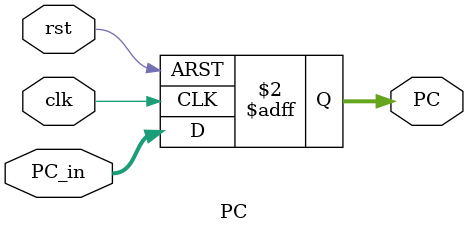
<source format=v>
module PC(clk,rst,PC_in,PC);
input clk,rst;
output reg [31:0]PC;
input [31:0]PC_in;
always @(posedge clk or posedge rst) begin
    if(rst) begin
        PC <= 32'h0;
    end
    else begin
        PC <= PC_in;
    end
end
endmodule
</source>
